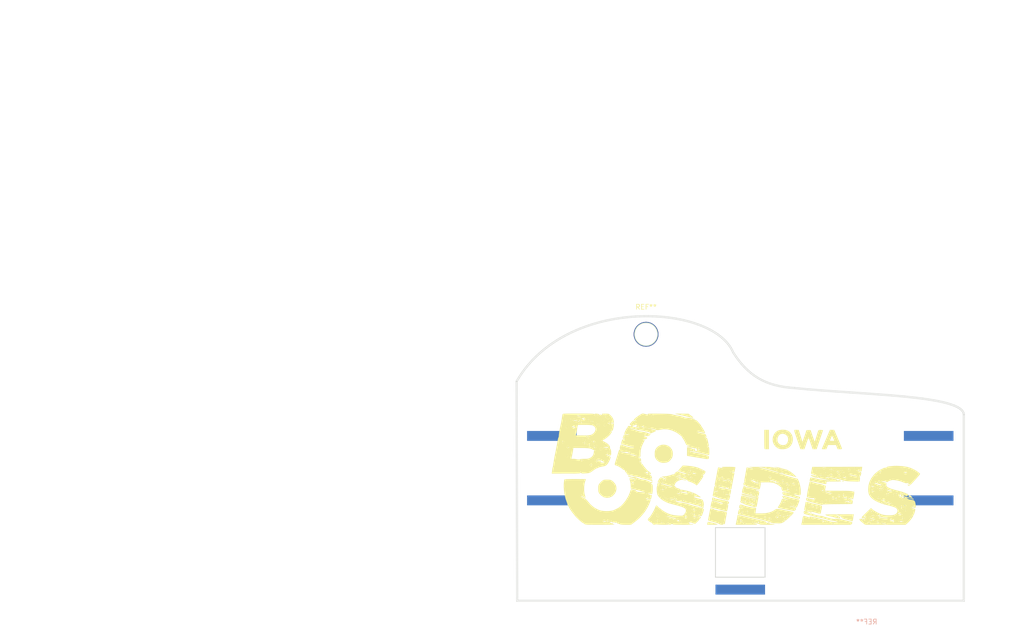
<source format=kicad_pcb>
(kicad_pcb (version 20171130) (host pcbnew 5.0.1)
  (layers (0 F.Cu signal) (31 B.Cu signal) (34 B.Paste user) (35 F.Paste user) (36 B.SilkS user hide) (37 F.SilkS user) (38 B.Mask user hide) (39 F.Mask user hide) (44 Edge.Cuts user))
  (net 0 "")
  (module Badge:Binder (layer B.Cu) (at 146.5 99.5 180)
    (fp_text reference REF** (at -25.5 -24.5 180) (layer B.SilkS) (effects (justify mirror)))
    (fp_text value Binder)
    (pad 5 smd rect (at 0 -18 180) (size 10 2) (layers B.Cu B.Paste B.Mask))
    (pad 4 smd rect (at -38 0 180) (size 10 2) (layers B.Cu B.Paste B.Mask))
    (pad 3 smd rect (at 38 0 180) (size 10 2) (layers B.Cu B.Paste B.Mask))
    (pad 2 smd rect (at 38 13 180) (size 10 2) (layers B.Cu B.Paste B.Mask))
    (pad 1 smd rect (at -38 13 180) (size 10 2) (layers B.Cu B.Paste B.Mask))
  )
  (module LOGO (layer F.Cu) (at 0 0)
    (fp_text reference G*** hide)
    (fp_text value LOGO hide)
  )
  (module Connectors:1pin (layer F.Cu) (at 127.5 66)
    (fp_text reference REF** (at 0 -5.5) (layer F.SilkS))
    (fp_text value 1pin)
    (pad 1 thru_hole circle (at 0 0) (size 5 5) (drill 4.5) (layers *.Cu *.Mask))
  )
  (module Badge:1200px-Des_Moines_skyline (layer F.Cu) (at 199.5 69)
    (fp_text reference "" (at 0 0) (layer F.SilkS) (effects (font (size 1.27 1.27))))
    (fp_text value "" (at 0 0) (layer F.SilkS) (effects (font (size 1.27 1.27))))
  )
  (module Badge:1200px-Des_Moines_skyline (layer F.Cu) (at 203.5 54.5)
    (fp_text reference "" (at 0 0) (layer F.SilkS) (effects (font (size 1.27 1.27))))
    (fp_text value "" (at 0 0) (layer F.SilkS) (effects (font (size 1.27 1.27))))
  )
  (module Badge:Bsides (layer F.Cu) (at 150.5 93.5)
    (fp_text reference G*** hide)
    (fp_text value LOGO hide)
  )
  (gr_line (start 141.5 105) (end 141.5 115) (layer Edge.Cuts) (width 0.15))
  (gr_line (start 151.5 105) (end 141.5 105) (layer Edge.Cuts) (width 0.15))
  (gr_line (start 151.5 115) (end 151.5 105) (layer Edge.Cuts) (width 0.15))
  (gr_line (start 141.5 115) (end 151.5 115) (layer Edge.Cuts) (width 0.15))
  (gr_line (start 101.524376 75.501953) (end 101.258751 75.503953) (layer Edge.Cuts) (width 0.1))
  (gr_line (start 101.258751 75.503953) (end 101.377892 119.882859) (layer Edge.Cuts) (width 0.1))
  (gr_line (start 101.377892 119.882859) (end 191.717735 119.882859) (layer Edge.Cuts) (width 0.1))
  (gr_line (start 191.717735 119.882859) (end 191.717735 82.236328) (layer Edge.Cuts) (width 0.1))
  (gr_line (start 191.717735 82.236328) (end 191.45211 82.236328) (layer Edge.Cuts) (width 0.1))
  (gr_line (start 191.45211 82.236328) (end 191.45211 119.617188) (layer Edge.Cuts) (width 0.1))
  (gr_line (start 191.45211 119.617188) (end 101.641563 119.617188) (layer Edge.Cuts) (width 0.1))
  (gr_line (start 101.641563 119.617188) (end 101.524376 75.501953) (layer Edge.Cuts) (width 0.1))
  (gr_line (start 125.379845 62.287109) (end 124.515472 62.348258) (layer Edge.Cuts) (width 0.1))
  (gr_line (start 124.515472 62.348258) (end 123.647848 62.429573) (layer Edge.Cuts) (width 0.1))
  (gr_line (start 123.647848 62.429573) (end 122.778016 62.531294) (layer Edge.Cuts) (width 0.1))
  (gr_line (start 122.778016 62.531294) (end 121.907018 62.65366) (layer Edge.Cuts) (width 0.1))
  (gr_line (start 121.907018 62.65366) (end 121.035895 62.796913) (layer Edge.Cuts) (width 0.1))
  (gr_line (start 121.035895 62.796913) (end 120.165691 62.961292) (layer Edge.Cuts) (width 0.1))
  (gr_line (start 120.165691 62.961292) (end 119.297446 63.147038) (layer Edge.Cuts) (width 0.1))
  (gr_line (start 119.297446 63.147038) (end 118.432204 63.354391) (layer Edge.Cuts) (width 0.1))
  (gr_line (start 118.432204 63.354391) (end 117.571005 63.583591) (layer Edge.Cuts) (width 0.1))
  (gr_line (start 117.571005 63.583591) (end 116.714893 63.834879) (layer Edge.Cuts) (width 0.1))
  (gr_line (start 116.714893 63.834879) (end 115.864909 64.108494) (layer Edge.Cuts) (width 0.1))
  (gr_line (start 115.864909 64.108494) (end 115.022095 64.404676) (layer Edge.Cuts) (width 0.1))
  (gr_line (start 115.022095 64.404676) (end 114.187493 64.723667) (layer Edge.Cuts) (width 0.1))
  (gr_line (start 114.187493 64.723667) (end 113.362146 65.065706) (layer Edge.Cuts) (width 0.1))
  (gr_line (start 113.362146 65.065706) (end 112.547095 65.431033) (layer Edge.Cuts) (width 0.1))
  (gr_line (start 112.547095 65.431033) (end 111.743382 65.819889) (layer Edge.Cuts) (width 0.1))
  (gr_line (start 111.743382 65.819889) (end 110.95205 66.232514) (layer Edge.Cuts) (width 0.1))
  (gr_line (start 110.95205 66.232514) (end 110.174141 66.669148) (layer Edge.Cuts) (width 0.1))
  (gr_line (start 110.174141 66.669148) (end 109.410696 67.130032) (layer Edge.Cuts) (width 0.1))
  (gr_line (start 109.410696 67.130032) (end 108.662758 67.615405) (layer Edge.Cuts) (width 0.1))
  (gr_line (start 108.662758 67.615405) (end 107.931369 68.125507) (layer Edge.Cuts) (width 0.1))
  (gr_line (start 107.931369 68.125507) (end 107.21757 68.66058) (layer Edge.Cuts) (width 0.1))
  (gr_line (start 107.21757 68.66058) (end 106.522404 69.220862) (layer Edge.Cuts) (width 0.1))
  (gr_line (start 106.522404 69.220862) (end 105.846913 69.806595) (layer Edge.Cuts) (width 0.1))
  (gr_line (start 105.846913 69.806595) (end 105.192139 70.418019) (layer Edge.Cuts) (width 0.1))
  (gr_line (start 105.192139 70.418019) (end 104.559124 71.055374) (layer Edge.Cuts) (width 0.1))
  (gr_line (start 104.559124 71.055374) (end 103.94891 71.718899) (layer Edge.Cuts) (width 0.1))
  (gr_line (start 103.94891 71.718899) (end 103.36254 72.408836) (layer Edge.Cuts) (width 0.1))
  (gr_line (start 103.36254 72.408836) (end 102.801054 73.125424) (layer Edge.Cuts) (width 0.1))
  (gr_line (start 102.801054 73.125424) (end 102.265496 73.868904) (layer Edge.Cuts) (width 0.1))
  (gr_line (start 102.265496 73.868904) (end 101.756907 74.639516) (layer Edge.Cuts) (width 0.1))
  (gr_line (start 101.756907 74.639516) (end 101.276329 75.4375) (layer Edge.Cuts) (width 0.1))
  (gr_line (start 101.276329 75.4375) (end 101.506798 75.568359) (layer Edge.Cuts) (width 0.1))
  (gr_line (start 101.506798 75.568359) (end 101.981791 74.779712) (layer Edge.Cuts) (width 0.1))
  (gr_line (start 101.981791 74.779712) (end 102.484609 74.018008) (layer Edge.Cuts) (width 0.1))
  (gr_line (start 102.484609 74.018008) (end 103.014222 73.283016) (layer Edge.Cuts) (width 0.1))
  (gr_line (start 103.014222 73.283016) (end 103.569598 72.574506) (layer Edge.Cuts) (width 0.1))
  (gr_line (start 103.569598 72.574506) (end 104.149707 71.892247) (layer Edge.Cuts) (width 0.1))
  (gr_line (start 104.149707 71.892247) (end 104.753519 71.236008) (layer Edge.Cuts) (width 0.1))
  (gr_line (start 104.753519 71.236008) (end 105.380002 70.605559) (layer Edge.Cuts) (width 0.1))
  (gr_line (start 105.380002 70.605559) (end 106.028125 70.000667) (layer Edge.Cuts) (width 0.1))
  (gr_line (start 106.028125 70.000667) (end 106.696859 69.421104) (layer Edge.Cuts) (width 0.1))
  (gr_line (start 106.696859 69.421104) (end 107.385172 68.866637) (layer Edge.Cuts) (width 0.1))
  (gr_line (start 107.385172 68.866637) (end 108.092034 68.337037) (layer Edge.Cuts) (width 0.1))
  (gr_line (start 108.092034 68.337037) (end 108.816414 67.832071) (layer Edge.Cuts) (width 0.1))
  (gr_line (start 108.816414 67.832071) (end 109.55728 67.351511) (layer Edge.Cuts) (width 0.1))
  (gr_line (start 109.55728 67.351511) (end 110.313604 66.895124) (layer Edge.Cuts) (width 0.1))
  (gr_line (start 110.313604 66.895124) (end 111.084353 66.46268) (layer Edge.Cuts) (width 0.1))
  (gr_line (start 111.084353 66.46268) (end 111.868497 66.053948) (layer Edge.Cuts) (width 0.1))
  (gr_line (start 111.868497 66.053948) (end 112.665006 65.668698) (layer Edge.Cuts) (width 0.1))
  (gr_line (start 112.665006 65.668698) (end 113.472848 65.306699) (layer Edge.Cuts) (width 0.1))
  (gr_line (start 113.472848 65.306699) (end 114.290993 64.967719) (layer Edge.Cuts) (width 0.1))
  (gr_line (start 114.290993 64.967719) (end 115.11841 64.651528) (layer Edge.Cuts) (width 0.1))
  (gr_line (start 115.11841 64.651528) (end 115.954069 64.357896) (layer Edge.Cuts) (width 0.1))
  (gr_line (start 115.954069 64.357896) (end 116.796939 64.086591) (layer Edge.Cuts) (width 0.1))
  (gr_line (start 116.796939 64.086591) (end 117.645988 63.837383) (layer Edge.Cuts) (width 0.1))
  (gr_line (start 117.645988 63.837383) (end 118.500187 63.61004) (layer Edge.Cuts) (width 0.1))
  (gr_line (start 118.500187 63.61004) (end 119.358505 63.404333) (layer Edge.Cuts) (width 0.1))
  (gr_line (start 119.358505 63.404333) (end 120.21991 63.22003) (layer Edge.Cuts) (width 0.1))
  (gr_line (start 120.21991 63.22003) (end 121.083373 63.056901) (layer Edge.Cuts) (width 0.1))
  (gr_line (start 121.083373 63.056901) (end 121.947862 62.914715) (layer Edge.Cuts) (width 0.1))
  (gr_line (start 121.947862 62.914715) (end 122.812347 62.79324) (layer Edge.Cuts) (width 0.1))
  (gr_line (start 122.812347 62.79324) (end 123.675797 62.692247) (layer Edge.Cuts) (width 0.1))
  (gr_line (start 123.675797 62.692247) (end 124.537182 62.611504) (layer Edge.Cuts) (width 0.1))
  (gr_line (start 124.537182 62.611504) (end 125.39547 62.550781) (layer Edge.Cuts) (width 0.1))
  (gr_line (start 125.39547 62.550781) (end 126.249593 62.509866) (layer Edge.Cuts) (width 0.1))
  (gr_line (start 126.249593 62.509866) (end 127.098471 62.488538) (layer Edge.Cuts) (width 0.1))
  (gr_line (start 127.098471 62.488538) (end 127.94106 62.486552) (layer Edge.Cuts) (width 0.1))
  (gr_line (start 127.94106 62.486552) (end 128.776314 62.503662) (layer Edge.Cuts) (width 0.1))
  (gr_line (start 128.776314 62.503662) (end 129.603187 62.539625) (layer Edge.Cuts) (width 0.1))
  (gr_line (start 129.603187 62.539625) (end 130.420633 62.594194) (layer Edge.Cuts) (width 0.1))
  (gr_line (start 130.420633 62.594194) (end 131.227608 62.667125) (layer Edge.Cuts) (width 0.1))
  (gr_line (start 131.227608 62.667125) (end 132.023066 62.758174) (layer Edge.Cuts) (width 0.1))
  (gr_line (start 132.023066 62.758174) (end 132.805961 62.867094) (layer Edge.Cuts) (width 0.1))
  (gr_line (start 132.805961 62.867094) (end 133.575247 62.993642) (layer Edge.Cuts) (width 0.1))
  (gr_line (start 133.575247 62.993642) (end 134.32988 63.137571) (layer Edge.Cuts) (width 0.1))
  (gr_line (start 134.32988 63.137571) (end 135.068813 63.298638) (layer Edge.Cuts) (width 0.1))
  (gr_line (start 135.068813 63.298638) (end 135.791002 63.476596) (layer Edge.Cuts) (width 0.1))
  (gr_line (start 135.791002 63.476596) (end 136.495399 63.671202) (layer Edge.Cuts) (width 0.1))
  (gr_line (start 136.495399 63.671202) (end 137.180961 63.88221) (layer Edge.Cuts) (width 0.1))
  (gr_line (start 137.180961 63.88221) (end 137.846642 64.109375) (layer Edge.Cuts) (width 0.1))
  (gr_line (start 137.846642 64.109375) (end 138.491316 64.352438) (layer Edge.Cuts) (width 0.1))
  (gr_line (start 138.491316 64.352438) (end 139.113891 64.611119) (layer Edge.Cuts) (width 0.1))
  (gr_line (start 139.113891 64.611119) (end 139.713368 64.885144) (layer Edge.Cuts) (width 0.1))
  (gr_line (start 139.713368 64.885144) (end 140.288749 65.174239) (layer Edge.Cuts) (width 0.1))
  (gr_line (start 140.288749 65.174239) (end 140.839033 65.478127) (layer Edge.Cuts) (width 0.1))
  (gr_line (start 140.839033 65.478127) (end 141.363222 65.796536) (layer Edge.Cuts) (width 0.1))
  (gr_line (start 141.363222 65.796536) (end 141.860318 66.129189) (layer Edge.Cuts) (width 0.1))
  (gr_line (start 141.860318 66.129189) (end 142.329322 66.475812) (layer Edge.Cuts) (width 0.1))
  (gr_line (start 142.329322 66.475812) (end 142.769234 66.836131) (layer Edge.Cuts) (width 0.1))
  (gr_line (start 142.769234 66.836131) (end 143.179056 67.20987) (layer Edge.Cuts) (width 0.1))
  (gr_line (start 143.179056 67.20987) (end 143.557789 67.596755) (layer Edge.Cuts) (width 0.1))
  (gr_line (start 143.557789 67.596755) (end 143.904433 67.996511) (layer Edge.Cuts) (width 0.1))
  (gr_line (start 143.904433 67.996511) (end 144.217992 68.408863) (layer Edge.Cuts) (width 0.1))
  (gr_line (start 144.217992 68.408863) (end 144.497464 68.833537) (layer Edge.Cuts) (width 0.1))
  (gr_line (start 144.497464 68.833537) (end 144.741852 69.270257) (layer Edge.Cuts) (width 0.1))
  (gr_line (start 144.741852 69.270257) (end 144.950157 69.71875) (layer Edge.Cuts) (width 0.1))
  (gr_line (start 144.950157 69.71875) (end 144.954057 69.730469) (layer Edge.Cuts) (width 0.1))
  (gr_line (start 144.954057 69.730469) (end 144.959957 69.740239) (layer Edge.Cuts) (width 0.1))
  (gr_line (start 144.959957 69.740239) (end 145.509062 70.562506) (layer Edge.Cuts) (width 0.1))
  (gr_line (start 145.509062 70.562506) (end 146.074795 71.333915) (layer Edge.Cuts) (width 0.1))
  (gr_line (start 146.074795 71.333915) (end 146.660184 72.054799) (layer Edge.Cuts) (width 0.1))
  (gr_line (start 146.660184 72.054799) (end 147.268257 72.725494) (layer Edge.Cuts) (width 0.1))
  (gr_line (start 147.268257 72.725494) (end 147.902041 73.346332) (layer Edge.Cuts) (width 0.1))
  (gr_line (start 147.902041 73.346332) (end 148.564563 73.917646) (layer Edge.Cuts) (width 0.1))
  (gr_line (start 148.564563 73.917646) (end 149.258853 74.439772) (layer Edge.Cuts) (width 0.1))
  (gr_line (start 149.258853 74.439772) (end 149.618856 74.682494) (layer Edge.Cuts) (width 0.1))
  (gr_line (start 149.618856 74.682494) (end 149.987936 74.913043) (layer Edge.Cuts) (width 0.1))
  (gr_line (start 149.987936 74.913043) (end 150.366472 75.131462) (layer Edge.Cuts) (width 0.1))
  (gr_line (start 150.366472 75.131462) (end 150.754841 75.337792) (layer Edge.Cuts) (width 0.1))
  (gr_line (start 150.754841 75.337792) (end 151.153423 75.532075) (layer Edge.Cuts) (width 0.1))
  (gr_line (start 151.153423 75.532075) (end 151.562596 75.714354) (layer Edge.Cuts) (width 0.1))
  (gr_line (start 151.562596 75.714354) (end 151.982738 75.884668) (layer Edge.Cuts) (width 0.1))
  (gr_line (start 151.982738 75.884668) (end 152.414228 76.043061) (layer Edge.Cuts) (width 0.1))
  (gr_line (start 152.414228 76.043061) (end 153.312766 76.324249) (layer Edge.Cuts) (width 0.1))
  (gr_line (start 153.312766 76.324249) (end 154.261236 76.55825) (layer Edge.Cuts) (width 0.1))
  (gr_line (start 154.261236 76.55825) (end 155.262666 76.745399) (layer Edge.Cuts) (width 0.1))
  (gr_line (start 155.262666 76.745399) (end 156.320085 76.886029) (layer Edge.Cuts) (width 0.1))
  (gr_line (start 156.320085 76.886029) (end 157.436519 76.980474) (layer Edge.Cuts) (width 0.1))
  (gr_line (start 157.436519 76.980474) (end 160.090276 77.228817) (layer Edge.Cuts) (width 0.1))
  (gr_line (start 160.090276 77.228817) (end 162.859415 77.451857) (layer Edge.Cuts) (width 0.1))
  (gr_line (start 162.859415 77.451857) (end 165.704285 77.65753) (layer Edge.Cuts) (width 0.1))
  (gr_line (start 165.704285 77.65753) (end 168.585233 77.853771) (layer Edge.Cuts) (width 0.1))
  (gr_line (start 168.585233 77.853771) (end 174.296752 78.249701) (layer Edge.Cuts) (width 0.1))
  (gr_line (start 174.296752 78.249701) (end 177.048019 78.465261) (layer Edge.Cuts) (width 0.1))
  (gr_line (start 177.048019 78.465261) (end 179.676754 78.70313) (layer Edge.Cuts) (width 0.1))
  (gr_line (start 179.676754 78.70313) (end 182.143297 78.971497) (layer Edge.Cuts) (width 0.1))
  (gr_line (start 182.143297 78.971497) (end 183.303162 79.119568) (layer Edge.Cuts) (width 0.1))
  (gr_line (start 183.303162 79.119568) (end 184.407309 79.278108) (layer Edge.Cuts) (width 0.1))
  (gr_line (start 184.407309 79.278108) (end 185.450654 79.448029) (layer Edge.Cuts) (width 0.1))
  (gr_line (start 185.450654 79.448029) (end 186.428113 79.630238) (layer Edge.Cuts) (width 0.1))
  (gr_line (start 186.428113 79.630238) (end 187.334602 79.825646) (layer Edge.Cuts) (width 0.1))
  (gr_line (start 187.334602 79.825646) (end 188.165035 80.035161) (layer Edge.Cuts) (width 0.1))
  (gr_line (start 188.165035 80.035161) (end 188.914437 80.259656) (layer Edge.Cuts) (width 0.1))
  (gr_line (start 188.914437 80.259656) (end 189.577321 80.499462) (layer Edge.Cuts) (width 0.1))
  (gr_line (start 189.577321 80.499462) (end 190.147831 80.754676) (layer Edge.Cuts) (width 0.1))
  (gr_line (start 190.147831 80.754676) (end 190.396616 80.888092) (layer Edge.Cuts) (width 0.1))
  (gr_line (start 190.396616 80.888092) (end 190.620113 81.025396) (layer Edge.Cuts) (width 0.1))
  (gr_line (start 190.620113 81.025396) (end 190.817261 81.165794) (layer Edge.Cuts) (width 0.1))
  (gr_line (start 190.817261 81.165794) (end 190.987566 81.308678) (layer Edge.Cuts) (width 0.1))
  (gr_line (start 190.987566 81.308678) (end 191.131143 81.454336) (layer Edge.Cuts) (width 0.1))
  (gr_line (start 191.131143 81.454336) (end 191.248107 81.603058) (layer Edge.Cuts) (width 0.1))
  (gr_line (start 191.248107 81.603058) (end 191.338574 81.755134) (layer Edge.Cuts) (width 0.1))
  (gr_line (start 191.338574 81.755134) (end 191.402659 81.910853) (layer Edge.Cuts) (width 0.1))
  (gr_line (start 191.402659 81.910853) (end 191.440477 82.070505) (layer Edge.Cuts) (width 0.1))
  (gr_line (start 191.440477 82.070505) (end 191.452144 82.23438) (layer Edge.Cuts) (width 0.1))
  (gr_line (start 191.452144 82.23438) (end 191.717769 82.23638) (layer Edge.Cuts) (width 0.1))
  (gr_line (start 191.717769 82.23638) (end 191.702818 82.031685) (layer Edge.Cuts) (width 0.1))
  (gr_line (start 191.702818 82.031685) (end 191.655409 81.834274) (layer Edge.Cuts) (width 0.1))
  (gr_line (start 191.655409 81.834274) (end 191.576889 81.644182) (layer Edge.Cuts) (width 0.1))
  (gr_line (start 191.576889 81.644182) (end 191.4686 81.461445) (layer Edge.Cuts) (width 0.1))
  (gr_line (start 191.4686 81.461445) (end 191.331887 81.286096) (layer Edge.Cuts) (width 0.1))
  (gr_line (start 191.331887 81.286096) (end 191.168094 81.118173) (layer Edge.Cuts) (width 0.1))
  (gr_line (start 191.168094 81.118173) (end 190.978565 80.957709) (layer Edge.Cuts) (width 0.1))
  (gr_line (start 190.978565 80.957709) (end 190.764644 80.80474) (layer Edge.Cuts) (width 0.1))
  (gr_line (start 190.764644 80.80474) (end 190.527039 80.658469) (layer Edge.Cuts) (width 0.1))
  (gr_line (start 190.527039 80.658469) (end 190.265918 80.517899) (layer Edge.Cuts) (width 0.1))
  (gr_line (start 190.265918 80.517899) (end 189.67527 80.252803) (layer Edge.Cuts) (width 0.1))
  (gr_line (start 189.67527 80.252803) (end 188.996984 80.007327) (layer Edge.Cuts) (width 0.1))
  (gr_line (start 188.996984 80.007327) (end 188.235347 79.779349) (layer Edge.Cuts) (width 0.1))
  (gr_line (start 188.235347 79.779349) (end 187.394771 79.567177) (layer Edge.Cuts) (width 0.1))
  (gr_line (start 187.394771 79.567177) (end 186.480026 79.369844) (layer Edge.Cuts) (width 0.1))
  (gr_line (start 186.480026 79.369844) (end 185.495936 79.186316) (layer Edge.Cuts) (width 0.1))
  (gr_line (start 185.495936 79.186316) (end 184.447323 79.015557) (layer Edge.Cuts) (width 0.1))
  (gr_line (start 184.447323 79.015557) (end 183.33901 78.856532) (layer Edge.Cuts) (width 0.1))
  (gr_line (start 183.33901 78.856532) (end 182.175819 78.708205) (layer Edge.Cuts) (width 0.1))
  (gr_line (start 182.175819 78.708205) (end 179.704097 78.439505) (layer Edge.Cuts) (width 0.1))
  (gr_line (start 179.704097 78.439505) (end 177.071207 78.201308) (layer Edge.Cuts) (width 0.1))
  (gr_line (start 177.071207 78.201308) (end 174.316928 77.985669) (layer Edge.Cuts) (width 0.1))
  (gr_line (start 174.316928 77.985669) (end 168.6029 77.590152) (layer Edge.Cuts) (width 0.1))
  (gr_line (start 168.6029 77.590152) (end 165.722501 77.39432) (layer Edge.Cuts) (width 0.1))
  (gr_line (start 165.722501 77.39432) (end 162.879412 77.189136) (layer Edge.Cuts) (width 0.1))
  (gr_line (start 162.879412 77.189136) (end 160.113308 76.966622) (layer Edge.Cuts) (width 0.1))
  (gr_line (start 160.113308 76.966622) (end 157.463863 76.718802) (layer Edge.Cuts) (width 0.1))
  (gr_line (start 157.463863 76.718802) (end 157.459963 76.718802) (layer Edge.Cuts) (width 0.1))
  (gr_line (start 157.459963 76.718802) (end 157.457963 76.716802) (layer Edge.Cuts) (width 0.1))
  (gr_line (start 157.457963 76.716802) (end 156.352718 76.624063) (layer Edge.Cuts) (width 0.1))
  (gr_line (start 156.352718 76.624063) (end 155.3077 76.486574) (layer Edge.Cuts) (width 0.1))
  (gr_line (start 155.3077 76.486574) (end 154.319661 76.303861) (layer Edge.Cuts) (width 0.1))
  (gr_line (start 154.319661 76.303861) (end 153.385353 76.075451) (layer Edge.Cuts) (width 0.1))
  (gr_line (start 153.385353 76.075451) (end 152.50153 75.80087) (layer Edge.Cuts) (width 0.1))
  (gr_line (start 152.50153 75.80087) (end 152.077534 75.646117) (layer Edge.Cuts) (width 0.1))
  (gr_line (start 152.077534 75.646117) (end 151.664942 75.479643) (layer Edge.Cuts) (width 0.1))
  (gr_line (start 151.664942 75.479643) (end 151.263347 75.30139) (layer Edge.Cuts) (width 0.1))
  (gr_line (start 151.263347 75.30139) (end 150.872343 75.111298) (layer Edge.Cuts) (width 0.1))
  (gr_line (start 150.872343 75.111298) (end 150.491525 74.909308) (layer Edge.Cuts) (width 0.1))
  (gr_line (start 150.491525 74.909308) (end 150.120485 74.69536) (layer Edge.Cuts) (width 0.1))
  (gr_line (start 150.120485 74.69536) (end 149.758819 74.469396) (layer Edge.Cuts) (width 0.1))
  (gr_line (start 149.758819 74.469396) (end 149.406121 74.231356) (layer Edge.Cuts) (width 0.1))
  (gr_line (start 149.406121 74.231356) (end 148.726002 73.718811) (layer Edge.Cuts) (width 0.1))
  (gr_line (start 148.726002 73.718811) (end 148.076881 73.157251) (layer Edge.Cuts) (width 0.1))
  (gr_line (start 148.076881 73.157251) (end 147.45551 72.546204) (layer Edge.Cuts) (width 0.1))
  (gr_line (start 147.45551 72.546204) (end 146.858642 71.885195) (layer Edge.Cuts) (width 0.1))
  (gr_line (start 146.858642 71.885195) (end 146.28303 71.173749) (layer Edge.Cuts) (width 0.1))
  (gr_line (start 146.28303 71.173749) (end 145.725424 70.411395) (layer Edge.Cuts) (width 0.1))
  (gr_line (start 145.725424 70.411395) (end 145.182579 69.597656) (layer Edge.Cuts) (width 0.1))
  (gr_line (start 145.182579 69.597656) (end 145.192379 69.617187) (layer Edge.Cuts) (width 0.1))
  (gr_line (start 145.192379 69.617187) (end 144.975818 69.150447) (layer Edge.Cuts) (width 0.1))
  (gr_line (start 144.975818 69.150447) (end 144.722655 68.697038) (layer Edge.Cuts) (width 0.1))
  (gr_line (start 144.722655 68.697038) (end 144.433964 68.257159) (layer Edge.Cuts) (width 0.1))
  (gr_line (start 144.433964 68.257159) (end 144.110818 67.831004) (layer Edge.Cuts) (width 0.1))
  (gr_line (start 144.110818 67.831004) (end 143.754293 67.418772) (layer Edge.Cuts) (width 0.1))
  (gr_line (start 143.754293 67.418772) (end 143.36546 67.02066) (layer Edge.Cuts) (width 0.1))
  (gr_line (start 143.36546 67.02066) (end 142.945394 66.636863) (layer Edge.Cuts) (width 0.1))
  (gr_line (start 142.945394 66.636863) (end 142.49517 66.267578) (layer Edge.Cuts) (width 0.1))
  (gr_line (start 142.49517 66.267578) (end 142.015859 65.913004) (layer Edge.Cuts) (width 0.1))
  (gr_line (start 142.015859 65.913004) (end 141.508537 65.573335) (layer Edge.Cuts) (width 0.1))
  (gr_line (start 141.508537 65.573335) (end 140.974277 65.248769) (layer Edge.Cuts) (width 0.1))
  (gr_line (start 140.974277 65.248769) (end 140.414152 64.939504) (layer Edge.Cuts) (width 0.1))
  (gr_line (start 140.414152 64.939504) (end 139.829237 64.645735) (layer Edge.Cuts) (width 0.1))
  (gr_line (start 139.829237 64.645735) (end 139.220605 64.367659) (layer Edge.Cuts) (width 0.1))
  (gr_line (start 139.220605 64.367659) (end 138.589329 64.105474) (layer Edge.Cuts) (width 0.1))
  (gr_line (start 138.589329 64.105474) (end 137.936485 63.859375) (layer Edge.Cuts) (width 0.1))
  (gr_line (start 137.936485 63.859375) (end 137.263046 63.62955) (layer Edge.Cuts) (width 0.1))
  (gr_line (start 137.263046 63.62955) (end 136.569958 63.416207) (layer Edge.Cuts) (width 0.1))
  (gr_line (start 136.569958 63.416207) (end 135.85825 63.219572) (layer Edge.Cuts) (width 0.1))
  (gr_line (start 135.85825 63.219572) (end 135.12895 63.039873) (layer Edge.Cuts) (width 0.1))
  (gr_line (start 135.12895 63.039873) (end 134.383089 62.877336) (layer Edge.Cuts) (width 0.1))
  (gr_line (start 134.383089 62.877336) (end 133.621695 62.732188) (layer Edge.Cuts) (width 0.1))
  (gr_line (start 133.621695 62.732188) (end 132.845797 62.604658) (layer Edge.Cuts) (width 0.1))
  (gr_line (start 132.845797 62.604658) (end 132.056424 62.494971) (layer Edge.Cuts) (width 0.1))
  (gr_line (start 132.056424 62.494971) (end 131.254606 62.403355) (layer Edge.Cuts) (width 0.1))
  (gr_line (start 131.254606 62.403355) (end 130.441371 62.330037) (layer Edge.Cuts) (width 0.1))
  (gr_line (start 130.441371 62.330037) (end 129.617749 62.275245) (layer Edge.Cuts) (width 0.1))
  (gr_line (start 129.617749 62.275245) (end 128.784768 62.239205) (layer Edge.Cuts) (width 0.1))
  (gr_line (start 128.784768 62.239205) (end 127.943458 62.222144) (layer Edge.Cuts) (width 0.1))
  (gr_line (start 127.943458 62.222144) (end 127.094848 62.22429) (layer Edge.Cuts) (width 0.1))
  (gr_line (start 127.094848 62.22429) (end 126.239968 62.245869) (layer Edge.Cuts) (width 0.1))
  (gr_line (start 126.239968 62.245869) (end 125.379845 62.287109) (layer Edge.Cuts) (width 0.1))
  (gr_line (start 125.379845 62.287109) (end 125.379845 62.287109) (layer Edge.Cuts) (width 0.1))
)
</source>
